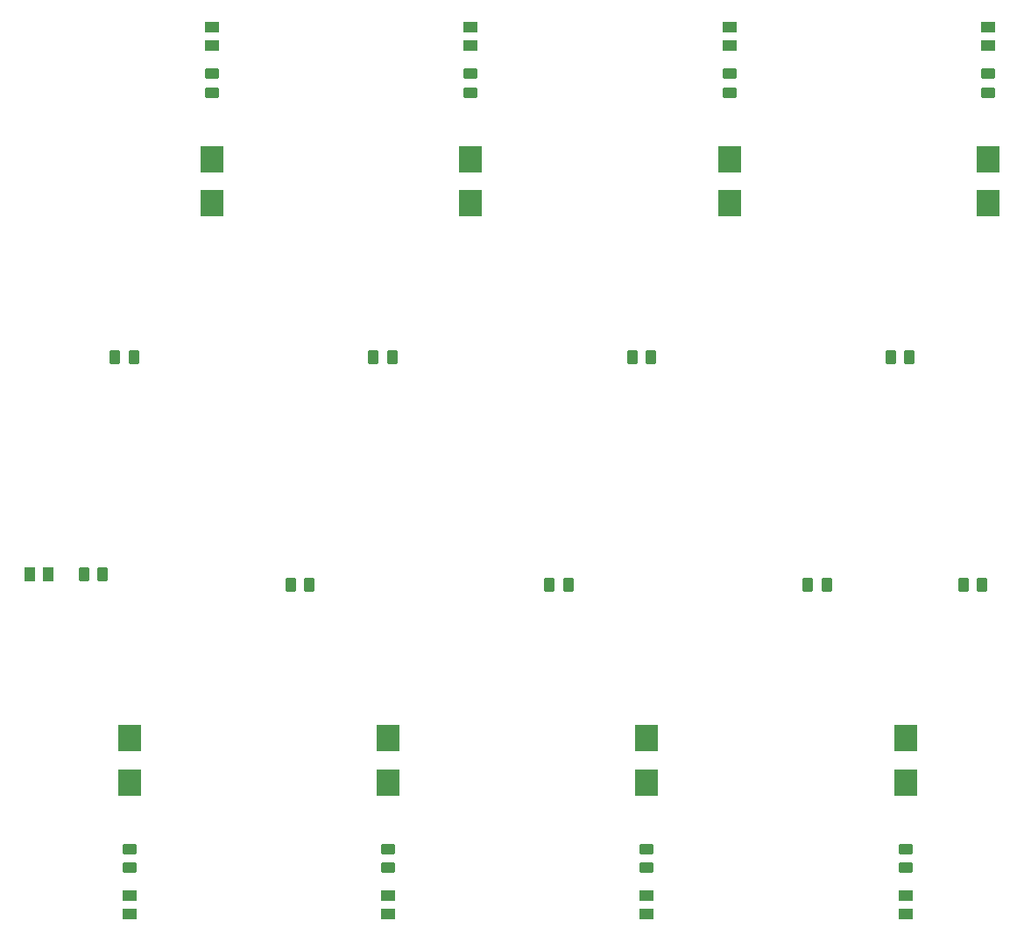
<source format=gbr>
G04 #@! TF.GenerationSoftware,KiCad,Pcbnew,(6.0.5)*
G04 #@! TF.CreationDate,2022-06-25T18:23:24-07:00*
G04 #@! TF.ProjectId,solid_state_relays_24v,736f6c69-645f-4737-9461-74655f72656c,0.0.6*
G04 #@! TF.SameCoordinates,Original*
G04 #@! TF.FileFunction,Paste,Top*
G04 #@! TF.FilePolarity,Positive*
%FSLAX46Y46*%
G04 Gerber Fmt 4.6, Leading zero omitted, Abs format (unit mm)*
G04 Created by KiCad (PCBNEW (6.0.5)) date 2022-06-25 18:23:24*
%MOMM*%
%LPD*%
G01*
G04 APERTURE LIST*
G04 Aperture macros list*
%AMRoundRect*
0 Rectangle with rounded corners*
0 $1 Rounding radius*
0 $2 $3 $4 $5 $6 $7 $8 $9 X,Y pos of 4 corners*
0 Add a 4 corners polygon primitive as box body*
4,1,4,$2,$3,$4,$5,$6,$7,$8,$9,$2,$3,0*
0 Add four circle primitives for the rounded corners*
1,1,$1+$1,$2,$3*
1,1,$1+$1,$4,$5*
1,1,$1+$1,$6,$7*
1,1,$1+$1,$8,$9*
0 Add four rect primitives between the rounded corners*
20,1,$1+$1,$2,$3,$4,$5,0*
20,1,$1+$1,$4,$5,$6,$7,0*
20,1,$1+$1,$6,$7,$8,$9,0*
20,1,$1+$1,$8,$9,$2,$3,0*%
G04 Aperture macros list end*
%ADD10R,1.000000X1.400000*%
%ADD11RoundRect,0.250000X-0.262500X-0.450000X0.262500X-0.450000X0.262500X0.450000X-0.262500X0.450000X0*%
%ADD12R,2.300000X2.500000*%
%ADD13RoundRect,0.250000X0.262500X0.450000X-0.262500X0.450000X-0.262500X-0.450000X0.262500X-0.450000X0*%
%ADD14RoundRect,0.250000X0.450000X-0.262500X0.450000X0.262500X-0.450000X0.262500X-0.450000X-0.262500X0*%
%ADD15R,1.400000X1.000000*%
%ADD16RoundRect,0.250000X-0.450000X0.262500X-0.450000X-0.262500X0.450000X-0.262500X0.450000X0.262500X0*%
G04 APERTURE END LIST*
D10*
G04 #@! TO.C,LEDP1*
X60650000Y-105000000D03*
X58850000Y-105000000D03*
G04 #@! TD*
D11*
G04 #@! TO.C,RP4*
X142087500Y-84000000D03*
X143912500Y-84000000D03*
G04 #@! TD*
D12*
G04 #@! TO.C,TVS1*
X76500000Y-69150000D03*
X76500000Y-64850000D03*
G04 #@! TD*
D11*
G04 #@! TO.C,RP1*
X67087500Y-84000000D03*
X68912500Y-84000000D03*
G04 #@! TD*
D12*
G04 #@! TO.C,TVS5*
X143500000Y-120850000D03*
X143500000Y-125150000D03*
G04 #@! TD*
D11*
G04 #@! TO.C,RP5*
X149087500Y-106000000D03*
X150912500Y-106000000D03*
G04 #@! TD*
D12*
G04 #@! TO.C,TVS2*
X101500000Y-69150000D03*
X101500000Y-64850000D03*
G04 #@! TD*
D13*
G04 #@! TO.C,RP6*
X135912500Y-106000000D03*
X134087500Y-106000000D03*
G04 #@! TD*
D11*
G04 #@! TO.C,RP2*
X92087500Y-84000000D03*
X93912500Y-84000000D03*
G04 #@! TD*
D12*
G04 #@! TO.C,TVS8*
X68500000Y-120850000D03*
X68500000Y-125150000D03*
G04 #@! TD*
D14*
G04 #@! TO.C,RL6*
X118500000Y-133412500D03*
X118500000Y-131587500D03*
G04 #@! TD*
D12*
G04 #@! TO.C,TVS3*
X126500000Y-69150000D03*
X126500000Y-64850000D03*
G04 #@! TD*
D15*
G04 #@! TO.C,LED7*
X93500000Y-137900000D03*
X93500000Y-136100000D03*
G04 #@! TD*
D16*
G04 #@! TO.C,RL4*
X151500000Y-56587500D03*
X151500000Y-58412500D03*
G04 #@! TD*
D14*
G04 #@! TO.C,RL7*
X93500000Y-133412500D03*
X93500000Y-131587500D03*
G04 #@! TD*
D12*
G04 #@! TO.C,TVS6*
X118500000Y-120850000D03*
X118500000Y-125150000D03*
G04 #@! TD*
D14*
G04 #@! TO.C,RL5*
X143500000Y-133412500D03*
X143500000Y-131587500D03*
G04 #@! TD*
D15*
G04 #@! TO.C,LED3*
X126500000Y-52100000D03*
X126500000Y-53900000D03*
G04 #@! TD*
G04 #@! TO.C,LED5*
X143500000Y-137900000D03*
X143500000Y-136100000D03*
G04 #@! TD*
D11*
G04 #@! TO.C,RP3*
X117087500Y-84000000D03*
X118912500Y-84000000D03*
G04 #@! TD*
D13*
G04 #@! TO.C,RP7*
X110912500Y-106000000D03*
X109087500Y-106000000D03*
G04 #@! TD*
D14*
G04 #@! TO.C,RL8*
X68500000Y-133412500D03*
X68500000Y-131587500D03*
G04 #@! TD*
D12*
G04 #@! TO.C,TVS4*
X151500000Y-69150000D03*
X151500000Y-64850000D03*
G04 #@! TD*
D15*
G04 #@! TO.C,LED1*
X76500000Y-53900000D03*
X76500000Y-52100000D03*
G04 #@! TD*
D16*
G04 #@! TO.C,RL2*
X101500000Y-56587500D03*
X101500000Y-58412500D03*
G04 #@! TD*
D13*
G04 #@! TO.C,RP8*
X85912500Y-106000000D03*
X84087500Y-106000000D03*
G04 #@! TD*
D15*
G04 #@! TO.C,LED2*
X101500000Y-52100000D03*
X101500000Y-53900000D03*
G04 #@! TD*
D16*
G04 #@! TO.C,RL1*
X76500000Y-56587500D03*
X76500000Y-58412500D03*
G04 #@! TD*
D15*
G04 #@! TO.C,LED4*
X151500000Y-52100000D03*
X151500000Y-53900000D03*
G04 #@! TD*
D13*
G04 #@! TO.C,R1*
X65912500Y-105000000D03*
X64087500Y-105000000D03*
G04 #@! TD*
D15*
G04 #@! TO.C,LED6*
X118500000Y-137900000D03*
X118500000Y-136100000D03*
G04 #@! TD*
D12*
G04 #@! TO.C,TVS7*
X93500000Y-120850000D03*
X93500000Y-125150000D03*
G04 #@! TD*
D15*
G04 #@! TO.C,LED8*
X68500000Y-137900000D03*
X68500000Y-136100000D03*
G04 #@! TD*
D16*
G04 #@! TO.C,RL3*
X126500000Y-56587500D03*
X126500000Y-58412500D03*
G04 #@! TD*
M02*

</source>
